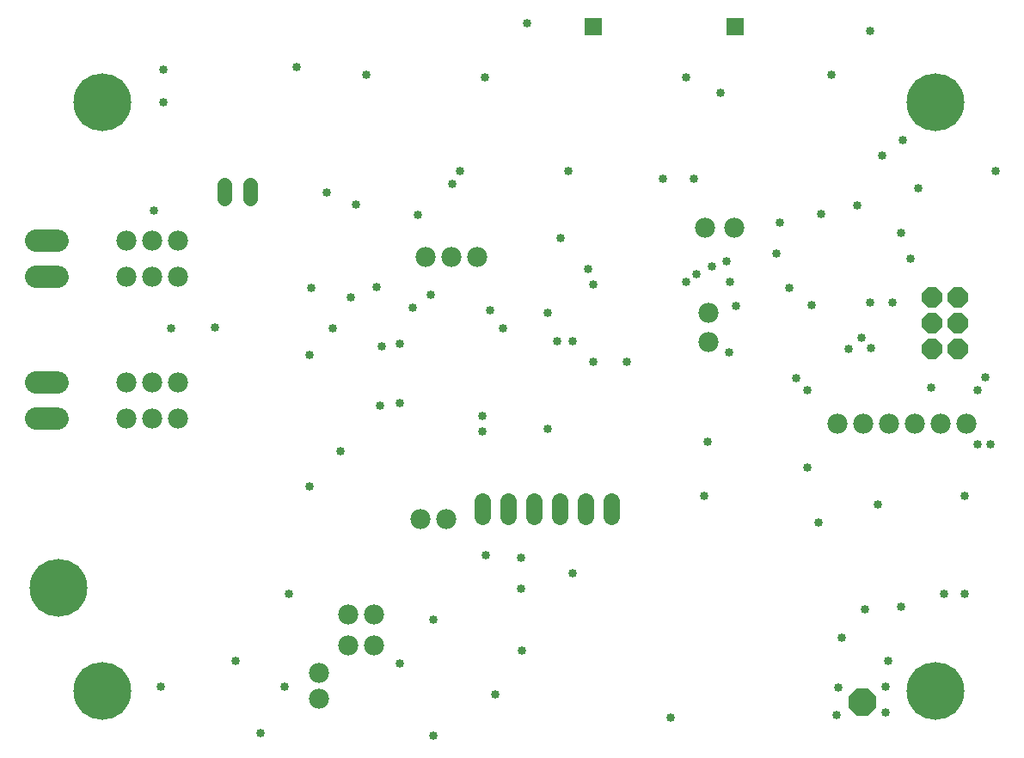
<source format=gbs>
G75*
%MOIN*%
%OFA0B0*%
%FSLAX25Y25*%
%IPPOS*%
%LPD*%
%AMOC8*
5,1,8,0,0,1.08239X$1,22.5*
%
%ADD10OC8,0.07800*%
%ADD11C,0.07800*%
%ADD12C,0.08800*%
%ADD13C,0.05800*%
%ADD14C,0.06400*%
%ADD15OC8,0.10400*%
%ADD16C,0.22400*%
%ADD17C,0.03353*%
%ADD18R,0.06896X0.06896*%
D10*
X0391079Y0224531D03*
X0401079Y0224531D03*
X0401079Y0234531D03*
X0391079Y0234531D03*
X0391079Y0244531D03*
X0401079Y0244531D03*
D11*
X0314527Y0271531D03*
X0303127Y0271531D03*
X0304543Y0238649D03*
X0304543Y0227249D03*
X0354527Y0195631D03*
X0364527Y0195631D03*
X0374527Y0195631D03*
X0384527Y0195631D03*
X0394527Y0195631D03*
X0404527Y0195631D03*
X0214927Y0260131D03*
X0204927Y0260131D03*
X0194927Y0260131D03*
X0098827Y0266531D03*
X0088827Y0266531D03*
X0078827Y0266531D03*
X0078827Y0252531D03*
X0088827Y0252531D03*
X0098827Y0252531D03*
X0098827Y0211531D03*
X0088827Y0211531D03*
X0078827Y0211531D03*
X0078827Y0197531D03*
X0088827Y0197531D03*
X0098827Y0197531D03*
X0192827Y0158531D03*
X0202827Y0158531D03*
X0174827Y0121531D03*
X0164827Y0121531D03*
X0164827Y0109531D03*
X0174827Y0109531D03*
X0153427Y0098731D03*
X0153427Y0088731D03*
D12*
X0052027Y0197642D02*
X0043627Y0197642D01*
X0043627Y0211421D02*
X0052027Y0211421D01*
X0052027Y0252642D02*
X0043627Y0252642D01*
X0043627Y0266421D02*
X0052027Y0266421D01*
D13*
X0116827Y0282831D02*
X0116827Y0288231D01*
X0126827Y0288231D02*
X0126827Y0282831D01*
D14*
X0216827Y0165531D02*
X0216827Y0159531D01*
X0226827Y0159531D02*
X0226827Y0165531D01*
X0236827Y0165531D02*
X0236827Y0159531D01*
X0246827Y0159531D02*
X0246827Y0165531D01*
X0256827Y0165531D02*
X0256827Y0159531D01*
X0266827Y0159531D02*
X0266827Y0165531D01*
D15*
X0364227Y0087531D03*
D16*
X0392316Y0091741D03*
X0069504Y0091748D03*
X0052504Y0131748D03*
X0069504Y0320134D03*
X0392316Y0320205D03*
D17*
X0130827Y0075531D03*
X0140260Y0093579D03*
X0121260Y0103579D03*
X0092260Y0093579D03*
X0141827Y0129531D03*
X0184827Y0102531D03*
X0197827Y0119531D03*
X0231827Y0131531D03*
X0231827Y0143531D03*
X0218260Y0144579D03*
X0251827Y0137531D03*
X0232260Y0107579D03*
X0221827Y0090531D03*
X0197827Y0074531D03*
X0289827Y0081531D03*
X0354260Y0082579D03*
X0373260Y0083579D03*
X0373260Y0093579D03*
X0354760Y0093079D03*
X0374260Y0103579D03*
X0356260Y0112579D03*
X0365260Y0123579D03*
X0379260Y0124579D03*
X0395827Y0129531D03*
X0403827Y0129531D03*
X0347218Y0157044D03*
X0370218Y0164044D03*
X0342827Y0178531D03*
X0304260Y0188579D03*
X0302827Y0167531D03*
X0242260Y0193579D03*
X0216827Y0192531D03*
X0216827Y0198531D03*
X0184827Y0203531D03*
X0177040Y0202573D03*
X0161740Y0184873D03*
X0149840Y0171273D03*
X0149685Y0222045D03*
X0158827Y0232531D03*
X0177640Y0225573D03*
X0184827Y0226531D03*
X0189827Y0240531D03*
X0196827Y0245531D03*
X0175640Y0248473D03*
X0165827Y0244531D03*
X0150540Y0248273D03*
X0113020Y0232741D03*
X0096120Y0232641D03*
X0089540Y0278273D03*
X0156340Y0285173D03*
X0167827Y0280531D03*
X0191827Y0276531D03*
X0205260Y0288579D03*
X0208260Y0293579D03*
X0250260Y0293579D03*
X0286827Y0290531D03*
X0298827Y0290531D03*
X0332218Y0273644D03*
X0348218Y0276844D03*
X0362218Y0280044D03*
X0379027Y0269631D03*
X0382827Y0259531D03*
X0375839Y0242563D03*
X0367236Y0242583D03*
X0344418Y0241544D03*
X0335627Y0248131D03*
X0330827Y0261531D03*
X0311327Y0258631D03*
X0305627Y0256431D03*
X0299827Y0253531D03*
X0295827Y0250531D03*
X0312827Y0250531D03*
X0315227Y0241131D03*
X0312444Y0223195D03*
X0338557Y0213131D03*
X0342827Y0208531D03*
X0358927Y0224531D03*
X0363627Y0228831D03*
X0367327Y0224731D03*
X0390827Y0209531D03*
X0408827Y0208531D03*
X0411827Y0213531D03*
X0413827Y0187531D03*
X0408827Y0187531D03*
X0403827Y0167531D03*
X0272827Y0219531D03*
X0259827Y0219531D03*
X0251827Y0227531D03*
X0245827Y0227531D03*
X0242260Y0238579D03*
X0224827Y0232531D03*
X0219827Y0239531D03*
X0259827Y0249531D03*
X0257827Y0255531D03*
X0247260Y0267579D03*
X0309120Y0323941D03*
X0295920Y0329741D03*
X0352120Y0330941D03*
X0367120Y0347941D03*
X0379827Y0305531D03*
X0371827Y0299531D03*
X0385783Y0286836D03*
X0415827Y0293531D03*
X0234120Y0350941D03*
X0217620Y0329941D03*
X0171720Y0330741D03*
X0144720Y0333741D03*
X0093220Y0332841D03*
X0093120Y0320241D03*
D18*
X0259827Y0349531D03*
X0314827Y0349531D03*
M02*

</source>
